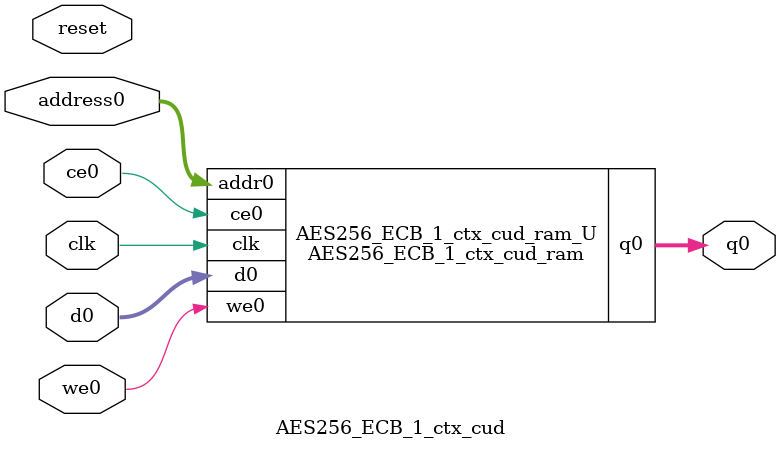
<source format=v>
`timescale 1 ns / 1 ps
module AES256_ECB_1_ctx_cud_ram (addr0, ce0, d0, we0, q0,  clk);

parameter DWIDTH = 8;
parameter AWIDTH = 8;
parameter MEM_SIZE = 240;

input[AWIDTH-1:0] addr0;
input ce0;
input[DWIDTH-1:0] d0;
input we0;
output reg[DWIDTH-1:0] q0;
input clk;

(* ram_style = "block" *)reg [DWIDTH-1:0] ram[0:MEM_SIZE-1];




always @(posedge clk)  
begin 
    if (ce0) begin
        if (we0) 
            ram[addr0] <= d0; 
        q0 <= ram[addr0];
    end
end


endmodule

`timescale 1 ns / 1 ps
module AES256_ECB_1_ctx_cud(
    reset,
    clk,
    address0,
    ce0,
    we0,
    d0,
    q0);

parameter DataWidth = 32'd8;
parameter AddressRange = 32'd240;
parameter AddressWidth = 32'd8;
input reset;
input clk;
input[AddressWidth - 1:0] address0;
input ce0;
input we0;
input[DataWidth - 1:0] d0;
output[DataWidth - 1:0] q0;



AES256_ECB_1_ctx_cud_ram AES256_ECB_1_ctx_cud_ram_U(
    .clk( clk ),
    .addr0( address0 ),
    .ce0( ce0 ),
    .we0( we0 ),
    .d0( d0 ),
    .q0( q0 ));

endmodule


</source>
